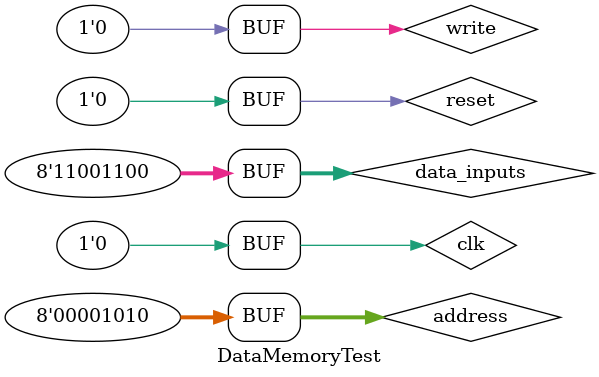
<source format=v>
`timescale 1ns / 1ps

module DataMemoryTest;
	reg clk;
	reg reset;
	reg [7:0] address;
	reg write;
	reg [7:0] data_inputs;
	wire [7:0] data_outputs;

	DataMemory uut (
		.clk(clk),
		.reset(reset),
		.address(address),
		.write(write),
		.data_inputs(data_inputs),
		.data_outputs(data_outputs)
	);

	initial begin
		clk = 0;
		reset = 0;
		address = 0;
		write = 0;
		data_inputs = 0;

		#100;

		address = 8'b00000010;
		data_inputs = 8'b01010101;
		write = 1;
		clk = 1;
		#50;
		clk = 0;
		#50;

		address = 8'b00001010;
		data_inputs = 8'b11001100;
		write = 1;
		clk = 1;
		#50;
		clk = 0;
		#50;

		address = 8'b00000010;
		write = 0;
		clk = 1;
		#50;
		clk = 0;
		#50;

		address = 8'b00001010;
		write = 0;
		clk = 1;
		#50;
		clk = 0;
		#50;
	end
endmodule

</source>
